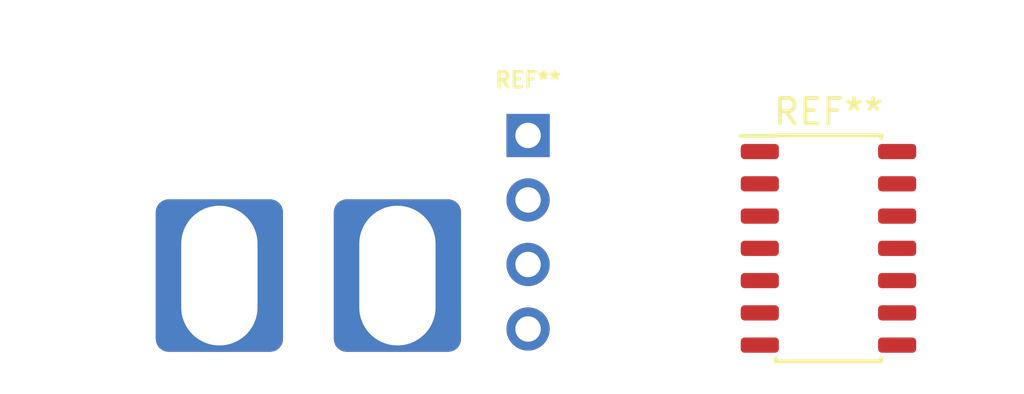
<source format=kicad_pcb>
(kicad_pcb (version 20171130) (host pcbnew "(5.0.2)-1")

  (general
    (thickness 1.6)
    (drawings 0)
    (tracks 0)
    (zones 0)
    (modules 3)
    (nets 1)
  )

  (page A4)
  (layers
    (0 F.Cu signal)
    (31 B.Cu signal)
    (32 B.Adhes user)
    (33 F.Adhes user)
    (34 B.Paste user)
    (35 F.Paste user)
    (36 B.SilkS user)
    (37 F.SilkS user)
    (38 B.Mask user)
    (39 F.Mask user)
    (40 Dwgs.User user)
    (41 Cmts.User user)
    (42 Eco1.User user)
    (43 Eco2.User user)
    (44 Edge.Cuts user)
    (45 Margin user)
    (46 B.CrtYd user)
    (47 F.CrtYd user)
    (48 B.Fab user)
    (49 F.Fab user)
  )

  (setup
    (last_trace_width 0.25)
    (trace_clearance 0.2)
    (zone_clearance 0.508)
    (zone_45_only no)
    (trace_min 0.2)
    (segment_width 0.2)
    (edge_width 0.15)
    (via_size 0.8)
    (via_drill 0.4)
    (via_min_size 0.4)
    (via_min_drill 0.3)
    (uvia_size 0.3)
    (uvia_drill 0.1)
    (uvias_allowed no)
    (uvia_min_size 0.2)
    (uvia_min_drill 0.1)
    (pcb_text_width 0.3)
    (pcb_text_size 1.5 1.5)
    (mod_edge_width 0.15)
    (mod_text_size 1 1)
    (mod_text_width 0.15)
    (pad_size 1.524 1.524)
    (pad_drill 0.762)
    (pad_to_mask_clearance 0.051)
    (solder_mask_min_width 0.25)
    (aux_axis_origin 0 0)
    (visible_elements FFFFFF7F)
    (pcbplotparams
      (layerselection 0x010fc_ffffffff)
      (usegerberextensions false)
      (usegerberattributes false)
      (usegerberadvancedattributes false)
      (creategerberjobfile false)
      (excludeedgelayer true)
      (linewidth 0.050000)
      (plotframeref false)
      (viasonmask false)
      (mode 1)
      (useauxorigin false)
      (hpglpennumber 1)
      (hpglpenspeed 20)
      (hpglpendiameter 15.000000)
      (psnegative false)
      (psa4output false)
      (plotreference true)
      (plotvalue true)
      (plotinvisibletext false)
      (padsonsilk false)
      (subtractmaskfromsilk false)
      (outputformat 1)
      (mirror false)
      (drillshape 1)
      (scaleselection 1)
      (outputdirectory ""))
  )

  (net 0 "")

  (net_class Default "This is the default net class."
    (clearance 0.2)
    (trace_width 0.25)
    (via_dia 0.8)
    (via_drill 0.4)
    (uvia_dia 0.3)
    (uvia_drill 0.1)
  )

  (module SA_PCBA:Breakout_Momentary_Footswitch (layer F.Cu) (tedit 5C5B66EA) (tstamp 5C5D0189)
    (at 147.447 80.772)
    (fp_text reference REF** (at 0 5.5) (layer F.SilkS) hide
      (effects (font (size 1 1) (thickness 0.15)))
    )
    (fp_text value Breakout_Momentary_Footswitch (at 0 -13.5) (layer F.Fab)
      (effects (font (size 1 1) (thickness 0.15)))
    )
    (fp_poly (pts (xy 4 -1) (xy 4 -6) (xy 3.2 -6) (xy 3.2 -1)) (layer B.Fab) (width 0.15))
    (fp_poly (pts (xy -3.2 -1) (xy -3.2 -6) (xy -4 -6) (xy -4 -1)) (layer B.Fab) (width 0.15))
    (fp_line (start 6.5 -12.5) (end 6.5 0) (layer F.Fab) (width 0.1))
    (fp_line (start -6.5 -12.5) (end 6.5 -12.5) (layer F.Fab) (width 0.1))
    (fp_line (start -6.5 0) (end -6.5 -12.5) (layer F.Fab) (width 0.1))
    (fp_line (start -6.5 0) (end 6.5 0) (layer F.Fab) (width 0.1))
    (pad 1 thru_hole roundrect (at 3.5 -3.5) (size 5 6) (drill oval 3 5.5) (layers *.Cu *.Mask) (roundrect_rratio 0.1))
    (pad 1 thru_hole roundrect (at -3.5 -3.5) (size 5 6) (drill oval 3 5.5) (layers *.Cu *.Mask) (roundrect_rratio 0.1))
    (model ${SA_LIB_3DSHAPES}/PBS-24B-4/User_Library_PBS_24B_4_sp.step
      (at (xyz 0 0 0))
      (scale (xyz 1 1 1))
      (rotate (xyz 0 0 0))
    )
  )

  (module SA_Connectors_Pin_Headers_THT:PinHeader_1x04_P2.54mm_Vertical_Top (layer F.Cu) (tedit 5C2CCAE6) (tstamp 5C5D02A2)
    (at 156.083 71.755)
    (descr "Through hole straight pin header, 1x04, 2.54mm pitch, single row")
    (tags "Through hole pin header THT 1x04 2.54mm single row")
    (fp_text reference REF** (at 0 -2.18) (layer F.SilkS)
      (effects (font (size 0.6 0.6) (thickness 0.127)))
    )
    (fp_text value PinHeader_1x04_P2.54mm_Vertical_Top (at 0 9.63) (layer F.Fab)
      (effects (font (size 0.3 0.3) (thickness 0.03)))
    )
    (fp_text user %R (at 0 3.81 90) (layer F.Fab)
      (effects (font (size 0.4 0.4) (thickness 0.05)))
    )
    (fp_line (start 1.8 -1.8) (end -1.8 -1.8) (layer F.CrtYd) (width 0.05))
    (fp_line (start 1.8 9.4) (end 1.8 -1.8) (layer F.CrtYd) (width 0.05))
    (fp_line (start -1.8 9.4) (end 1.8 9.4) (layer F.CrtYd) (width 0.05))
    (fp_line (start -1.8 -1.8) (end -1.8 9.4) (layer F.CrtYd) (width 0.05))
    (fp_line (start -1.27 -0.635) (end -0.635 -1.27) (layer F.Fab) (width 0.1))
    (fp_line (start -1.27 8.89) (end -1.27 -0.635) (layer F.Fab) (width 0.1))
    (fp_line (start 1.27 8.89) (end -1.27 8.89) (layer F.Fab) (width 0.1))
    (fp_line (start 1.27 -1.27) (end 1.27 8.89) (layer F.Fab) (width 0.1))
    (fp_line (start -0.635 -1.27) (end 1.27 -1.27) (layer F.Fab) (width 0.1))
    (pad 4 thru_hole oval (at 0 7.62) (size 1.7 1.7) (drill 1) (layers *.Cu *.Mask))
    (pad 3 thru_hole oval (at 0 5.08) (size 1.7 1.7) (drill 1) (layers *.Cu *.Mask))
    (pad 2 thru_hole oval (at 0 2.54) (size 1.7 1.7) (drill 1) (layers *.Cu *.Mask))
    (pad 1 thru_hole rect (at 0 0) (size 1.7 1.7) (drill 1) (layers *.Cu *.Mask))
    (model ${SA_LIB_3DSHAPES}/Packages/PinHeader_1x04_P2.54mm_Vertical_Top.step
      (at (xyz 0 0 0))
      (scale (xyz 1 1 1))
      (rotate (xyz 0 0 0))
    )
  )

  (module SA_CMOS_Logic_SMD:Texas_Instruments_CD40106BM_SOIC-14 (layer F.Cu) (tedit 5C59D4C9) (tstamp 5C5D0566)
    (at 167.894 76.2)
    (descr "14-Lead Plastic Small Outline (SL) - Narrow, 3.90 mm Body [SOIC] (see Microchip Packaging Specification 00000049BS.pdf)")
    (tags "SOIC 1.27")
    (attr smd)
    (fp_text reference REF** (at 0 -5.375) (layer F.SilkS)
      (effects (font (size 1 1) (thickness 0.15)))
    )
    (fp_text value Texas_Instruments_CD40106BM_SOIC-14 (at 0 5.375) (layer F.Fab)
      (effects (font (size 0.5 0.5) (thickness 0.05)))
    )
    (fp_line (start -2.075 -4.425) (end -3.45 -4.425) (layer F.SilkS) (width 0.15))
    (fp_line (start -2.075 4.45) (end 2.075 4.45) (layer F.SilkS) (width 0.15))
    (fp_line (start -2.075 -4.45) (end 2.075 -4.45) (layer F.SilkS) (width 0.15))
    (fp_line (start -2.075 4.45) (end -2.075 4.335) (layer F.SilkS) (width 0.15))
    (fp_line (start 2.075 4.45) (end 2.075 4.335) (layer F.SilkS) (width 0.15))
    (fp_line (start 2.075 -4.45) (end 2.075 -4.335) (layer F.SilkS) (width 0.15))
    (fp_line (start -2.075 -4.45) (end -2.075 -4.425) (layer F.SilkS) (width 0.15))
    (fp_line (start -3.7 4.65) (end 3.7 4.65) (layer F.CrtYd) (width 0.05))
    (fp_line (start -3.7 -4.65) (end 3.7 -4.65) (layer F.CrtYd) (width 0.05))
    (fp_line (start 3.7 -4.65) (end 3.7 4.65) (layer F.CrtYd) (width 0.05))
    (fp_line (start -3.7 -4.65) (end -3.7 4.65) (layer F.CrtYd) (width 0.05))
    (fp_line (start -1.95 -3.35) (end -0.95 -4.35) (layer F.Fab) (width 0.15))
    (fp_line (start -1.95 4.35) (end -1.95 -3.35) (layer F.Fab) (width 0.15))
    (fp_line (start 1.95 4.35) (end -1.95 4.35) (layer F.Fab) (width 0.15))
    (fp_line (start 1.95 -4.35) (end 1.95 4.35) (layer F.Fab) (width 0.15))
    (fp_line (start -0.95 -4.35) (end 1.95 -4.35) (layer F.Fab) (width 0.15))
    (fp_text user %R (at 0 0) (layer F.Fab)
      (effects (font (size 0.9 0.9) (thickness 0.135)))
    )
    (pad 14 smd roundrect (at 2.7 -3.81) (size 1.5 0.6) (layers F.Cu F.Paste F.Mask) (roundrect_rratio 0.25))
    (pad 13 smd roundrect (at 2.7 -2.54) (size 1.5 0.6) (layers F.Cu F.Paste F.Mask) (roundrect_rratio 0.25))
    (pad 12 smd roundrect (at 2.7 -1.27) (size 1.5 0.6) (layers F.Cu F.Paste F.Mask) (roundrect_rratio 0.25))
    (pad 11 smd roundrect (at 2.7 0) (size 1.5 0.6) (layers F.Cu F.Paste F.Mask) (roundrect_rratio 0.25))
    (pad 10 smd roundrect (at 2.7 1.27) (size 1.5 0.6) (layers F.Cu F.Paste F.Mask) (roundrect_rratio 0.25))
    (pad 9 smd roundrect (at 2.7 2.54) (size 1.5 0.6) (layers F.Cu F.Paste F.Mask) (roundrect_rratio 0.25))
    (pad 8 smd roundrect (at 2.7 3.81) (size 1.5 0.6) (layers F.Cu F.Paste F.Mask) (roundrect_rratio 0.25))
    (pad 7 smd roundrect (at -2.7 3.81) (size 1.5 0.6) (layers F.Cu F.Paste F.Mask) (roundrect_rratio 0.25))
    (pad 6 smd roundrect (at -2.7 2.54) (size 1.5 0.6) (layers F.Cu F.Paste F.Mask) (roundrect_rratio 0.25))
    (pad 5 smd roundrect (at -2.7 1.27) (size 1.5 0.6) (layers F.Cu F.Paste F.Mask) (roundrect_rratio 0.25))
    (pad 4 smd roundrect (at -2.7 0) (size 1.5 0.6) (layers F.Cu F.Paste F.Mask) (roundrect_rratio 0.25))
    (pad 3 smd roundrect (at -2.7 -1.27) (size 1.5 0.6) (layers F.Cu F.Paste F.Mask) (roundrect_rratio 0.25))
    (pad 2 smd roundrect (at -2.7 -2.54) (size 1.5 0.6) (layers F.Cu F.Paste F.Mask) (roundrect_rratio 0.25))
    (pad 1 smd roundrect (at -2.7 -3.81) (size 1.5 0.6) (layers F.Cu F.Paste F.Mask) (roundrect_rratio 0.25))
    (model ${SA_LIB_3DSHAPES}/Texas_Instruments_CD40106BM_SOIC-14/Texas_Instruments_CD40106BM_SOIC-14.step
      (at (xyz 0 0 0))
      (scale (xyz 1 1 1))
      (rotate (xyz 0 0 0))
    )
  )

)

</source>
